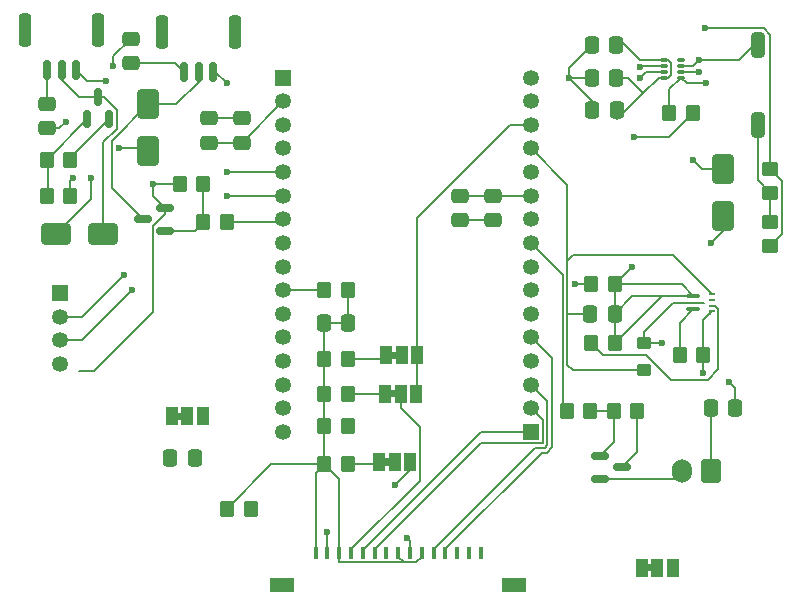
<source format=gbr>
%TF.GenerationSoftware,KiCad,Pcbnew,9.0.4*%
%TF.CreationDate,2025-11-01T11:23:39-04:00*%
%TF.ProjectId,Capstone Project Breakout Board 2,43617073-746f-46e6-9520-50726f6a6563,rev?*%
%TF.SameCoordinates,Original*%
%TF.FileFunction,Copper,L1,Top*%
%TF.FilePolarity,Positive*%
%FSLAX46Y46*%
G04 Gerber Fmt 4.6, Leading zero omitted, Abs format (unit mm)*
G04 Created by KiCad (PCBNEW 9.0.4) date 2025-11-01 11:23:39*
%MOMM*%
%LPD*%
G01*
G04 APERTURE LIST*
G04 Aperture macros list*
%AMRoundRect*
0 Rectangle with rounded corners*
0 $1 Rounding radius*
0 $2 $3 $4 $5 $6 $7 $8 $9 X,Y pos of 4 corners*
0 Add a 4 corners polygon primitive as box body*
4,1,4,$2,$3,$4,$5,$6,$7,$8,$9,$2,$3,0*
0 Add four circle primitives for the rounded corners*
1,1,$1+$1,$2,$3*
1,1,$1+$1,$4,$5*
1,1,$1+$1,$6,$7*
1,1,$1+$1,$8,$9*
0 Add four rect primitives between the rounded corners*
20,1,$1+$1,$2,$3,$4,$5,0*
20,1,$1+$1,$4,$5,$6,$7,0*
20,1,$1+$1,$6,$7,$8,$9,0*
20,1,$1+$1,$8,$9,$2,$3,0*%
G04 Aperture macros list end*
%TA.AperFunction,EtchedComponent*%
%ADD10C,0.000000*%
%TD*%
%TA.AperFunction,SMDPad,CuDef*%
%ADD11R,1.000000X1.500000*%
%TD*%
%TA.AperFunction,ComponentPad*%
%ADD12R,1.350000X1.350000*%
%TD*%
%TA.AperFunction,ComponentPad*%
%ADD13C,1.350000*%
%TD*%
%TA.AperFunction,SMDPad,CuDef*%
%ADD14RoundRect,0.250000X-0.337500X-0.475000X0.337500X-0.475000X0.337500X0.475000X-0.337500X0.475000X0*%
%TD*%
%TA.AperFunction,SMDPad,CuDef*%
%ADD15R,0.400000X1.000000*%
%TD*%
%TA.AperFunction,SMDPad,CuDef*%
%ADD16R,2.000000X1.300000*%
%TD*%
%TA.AperFunction,SMDPad,CuDef*%
%ADD17RoundRect,0.250000X-0.350000X-0.450000X0.350000X-0.450000X0.350000X0.450000X-0.350000X0.450000X0*%
%TD*%
%TA.AperFunction,SMDPad,CuDef*%
%ADD18RoundRect,0.250000X0.450000X-0.350000X0.450000X0.350000X-0.450000X0.350000X-0.450000X-0.350000X0*%
%TD*%
%TA.AperFunction,SMDPad,CuDef*%
%ADD19RoundRect,0.250000X0.475000X-0.337500X0.475000X0.337500X-0.475000X0.337500X-0.475000X-0.337500X0*%
%TD*%
%TA.AperFunction,SMDPad,CuDef*%
%ADD20RoundRect,0.250000X0.337500X0.475000X-0.337500X0.475000X-0.337500X-0.475000X0.337500X-0.475000X0*%
%TD*%
%TA.AperFunction,SMDPad,CuDef*%
%ADD21RoundRect,0.087500X-0.487500X-0.087500X0.487500X-0.087500X0.487500X0.087500X-0.487500X0.087500X0*%
%TD*%
%TA.AperFunction,SMDPad,CuDef*%
%ADD22RoundRect,0.050000X-0.675000X-0.050000X0.675000X-0.050000X0.675000X0.050000X-0.675000X0.050000X0*%
%TD*%
%TA.AperFunction,SMDPad,CuDef*%
%ADD23RoundRect,0.062500X-0.162500X-0.062500X0.162500X-0.062500X0.162500X0.062500X-0.162500X0.062500X0*%
%TD*%
%TA.AperFunction,SMDPad,CuDef*%
%ADD24RoundRect,0.250000X0.650000X-1.000000X0.650000X1.000000X-0.650000X1.000000X-0.650000X-1.000000X0*%
%TD*%
%TA.AperFunction,SMDPad,CuDef*%
%ADD25RoundRect,0.250000X-0.310000X0.830000X-0.310000X-0.830000X0.310000X-0.830000X0.310000X0.830000X0*%
%TD*%
%TA.AperFunction,SMDPad,CuDef*%
%ADD26RoundRect,0.250000X0.350000X0.450000X-0.350000X0.450000X-0.350000X-0.450000X0.350000X-0.450000X0*%
%TD*%
%TA.AperFunction,SMDPad,CuDef*%
%ADD27RoundRect,0.250000X-0.650000X1.000000X-0.650000X-1.000000X0.650000X-1.000000X0.650000X1.000000X0*%
%TD*%
%TA.AperFunction,SMDPad,CuDef*%
%ADD28RoundRect,0.150000X0.587500X0.150000X-0.587500X0.150000X-0.587500X-0.150000X0.587500X-0.150000X0*%
%TD*%
%TA.AperFunction,SMDPad,CuDef*%
%ADD29RoundRect,0.250000X0.350000X-0.275000X0.350000X0.275000X-0.350000X0.275000X-0.350000X-0.275000X0*%
%TD*%
%TA.AperFunction,SMDPad,CuDef*%
%ADD30RoundRect,0.250000X-0.475000X0.337500X-0.475000X-0.337500X0.475000X-0.337500X0.475000X0.337500X0*%
%TD*%
%TA.AperFunction,SMDPad,CuDef*%
%ADD31RoundRect,0.050000X-0.285000X-0.100000X0.285000X-0.100000X0.285000X0.100000X-0.285000X0.100000X0*%
%TD*%
%TA.AperFunction,SMDPad,CuDef*%
%ADD32RoundRect,0.150000X-0.150000X-0.700000X0.150000X-0.700000X0.150000X0.700000X-0.150000X0.700000X0*%
%TD*%
%TA.AperFunction,SMDPad,CuDef*%
%ADD33RoundRect,0.250000X-0.250000X-1.150000X0.250000X-1.150000X0.250000X1.150000X-0.250000X1.150000X0*%
%TD*%
%TA.AperFunction,SMDPad,CuDef*%
%ADD34RoundRect,0.250000X-1.000000X-0.650000X1.000000X-0.650000X1.000000X0.650000X-1.000000X0.650000X0*%
%TD*%
%TA.AperFunction,ComponentPad*%
%ADD35RoundRect,0.250000X0.600000X0.750000X-0.600000X0.750000X-0.600000X-0.750000X0.600000X-0.750000X0*%
%TD*%
%TA.AperFunction,ComponentPad*%
%ADD36O,1.700000X2.000000*%
%TD*%
%TA.AperFunction,SMDPad,CuDef*%
%ADD37RoundRect,0.150000X0.150000X-0.587500X0.150000X0.587500X-0.150000X0.587500X-0.150000X-0.587500X0*%
%TD*%
%TA.AperFunction,SMDPad,CuDef*%
%ADD38RoundRect,0.150000X-0.587500X-0.150000X0.587500X-0.150000X0.587500X0.150000X-0.587500X0.150000X0*%
%TD*%
%TA.AperFunction,ViaPad*%
%ADD39C,0.600000*%
%TD*%
%TA.AperFunction,Conductor*%
%ADD40C,0.200000*%
%TD*%
G04 APERTURE END LIST*
D10*
%TA.AperFunction,EtchedComponent*%
%TO.C,JP4*%
G36*
X120982500Y-94490000D02*
G01*
X120482500Y-94490000D01*
X120482500Y-93890000D01*
X120982500Y-93890000D01*
X120982500Y-94490000D01*
G37*
%TD.AperFunction*%
%TA.AperFunction,EtchedComponent*%
G36*
X160800000Y-107300000D02*
G01*
X160300000Y-107300000D01*
X160300000Y-106700000D01*
X160800000Y-106700000D01*
X160800000Y-107300000D01*
G37*
%TD.AperFunction*%
%TA.AperFunction,EtchedComponent*%
%TO.C,JP3*%
G36*
X139050000Y-92550000D02*
G01*
X138550000Y-92550000D01*
X138550000Y-91950000D01*
X139050000Y-91950000D01*
X139050000Y-92550000D01*
G37*
%TD.AperFunction*%
%TA.AperFunction,EtchedComponent*%
%TO.C,JP1*%
G36*
X138550000Y-98350000D02*
G01*
X138050000Y-98350000D01*
X138050000Y-97750000D01*
X138550000Y-97750000D01*
X138550000Y-98350000D01*
G37*
%TD.AperFunction*%
%TA.AperFunction,EtchedComponent*%
%TO.C,JP2*%
G36*
X139150000Y-89300000D02*
G01*
X138650000Y-89300000D01*
X138650000Y-88700000D01*
X139150000Y-88700000D01*
X139150000Y-89300000D01*
G37*
%TD.AperFunction*%
%TD*%
D11*
%TO.P,JP4,1,A*%
%TO.N,Net-(JP4-A)*%
X120082500Y-94190000D03*
%TO.P,JP4,2,C*%
%TO.N,/PS*%
X121382500Y-94190000D03*
%TO.P,JP4,3,B*%
%TO.N,+5V*%
X122682500Y-94190000D03*
%TD*%
D12*
%TO.P,J2,1,Pin_1*%
%TO.N,unconnected-(J2-Pin_1-Pad1)*%
X110575000Y-83750000D03*
D13*
%TO.P,J2,2,Pin_2*%
%TO.N,A0*%
X110575000Y-85750000D03*
%TO.P,J2,3,Pin_3*%
%TO.N,D0*%
X110575000Y-87750000D03*
%TO.P,J2,4,Pin_4*%
%TO.N,+5V*%
X110575000Y-89750000D03*
%TD*%
D14*
%TO.P,C13,1*%
%TO.N,unconnected-(C13-Pad1)*%
X119925000Y-97750000D03*
%TO.P,C13,2*%
%TO.N,unconnected-(C13-Pad2)*%
X122000000Y-97750000D03*
%TD*%
D11*
%TO.P,JP4,1,A*%
%TO.N,N/C*%
X159900000Y-107000000D03*
%TO.P,JP4,2,C*%
X161200000Y-107000000D03*
%TO.P,JP4,3,B*%
X162500000Y-107000000D03*
%TD*%
D15*
%TO.P,J1,1,Pin_1*%
%TO.N,+3.3V*%
X132250000Y-105750000D03*
%TO.P,J1,2,Pin_2*%
%TO.N,+5V*%
X133250000Y-105750000D03*
%TO.P,J1,3,Pin_3*%
%TO.N,+3.3V*%
X134250000Y-105750000D03*
%TO.P,J1,4,Pin_4*%
%TO.N,AB1*%
X135250000Y-105750000D03*
%TO.P,J1,5,Pin_5*%
%TO.N,SDA*%
X136250000Y-105750000D03*
%TO.P,J1,6,Pin_6*%
%TO.N,SCL*%
X137250000Y-105750000D03*
%TO.P,J1,7,Pin_7*%
%TO.N,/PS*%
X138250000Y-105750000D03*
%TO.P,J1,8,Pin_8*%
%TO.N,+3.3V*%
X139250000Y-105750000D03*
%TO.P,J1,9,Pin_9*%
%TO.N,+5V*%
X140250000Y-105750000D03*
%TO.P,J1,10,Pin_10*%
%TO.N,+3.3V*%
X141250000Y-105750000D03*
%TO.P,J1,11,Pin_11*%
%TO.N,AB0*%
X142250000Y-105750000D03*
%TO.P,J1,12,Pin_12*%
%TO.N,IRQ*%
X143250000Y-105750000D03*
%TO.P,J1,13,Pin_13*%
%TO.N,unconnected-(J1-Pin_13-Pad13)*%
X144250000Y-105750000D03*
%TO.P,J1,14,Pin_14*%
%TO.N,unconnected-(J1-Pin_14-Pad14)*%
X145250000Y-105750000D03*
%TO.P,J1,15,Pin_15*%
%TO.N,unconnected-(J1-Pin_15-Pad15)*%
X146250000Y-105750000D03*
D16*
%TO.P,J1,MP*%
%TO.N,N/C*%
X129450000Y-108450000D03*
X149050000Y-108450000D03*
%TD*%
D17*
%TO.P,R17,1*%
%TO.N,+3.3V*%
X124750000Y-102000000D03*
%TO.P,R17,2*%
%TO.N,Net-(JP4-A)*%
X126750000Y-102000000D03*
%TD*%
D18*
%TO.P,R5,1*%
%TO.N,+5V*%
X170750000Y-79750000D03*
%TO.P,R5,2*%
%TO.N,Net-(R5-Pad2)*%
X170750000Y-77750000D03*
%TD*%
D17*
%TO.P,R9,1*%
%TO.N,+3.3V*%
X133000000Y-98250000D03*
%TO.P,R9,2*%
%TO.N,Net-(JP1-A)*%
X135000000Y-98250000D03*
%TD*%
D19*
%TO.P,C1,1*%
%TO.N,Net-(J5-Pin_2)*%
X123250000Y-71000000D03*
%TO.P,C1,2*%
%TO.N,3.3V*%
X123250000Y-68925000D03*
%TD*%
D20*
%TO.P,C12,1*%
%TO.N,+5V*%
X167787500Y-93500000D03*
%TO.P,C12,2*%
%TO.N,/SPEAKER +*%
X165712500Y-93500000D03*
%TD*%
D21*
%TO.P,U1,1,GND*%
%TO.N,+5V*%
X164238000Y-84000000D03*
D22*
%TO.P,U1,2,SW*%
%TO.N,Net-(D1-A)*%
X164388000Y-84550000D03*
D21*
%TO.P,U1,3,VOUT*%
%TO.N,Net-(U1-VOUT)*%
X164238000Y-85100000D03*
D23*
%TO.P,U1,4,FB*%
%TO.N,Net-(U1-FB)*%
X165838000Y-85300000D03*
%TO.P,U1,5,EN*%
%TO.N,Net-(U1-EN)*%
X165838000Y-84800000D03*
%TO.P,U1,6,MODE*%
%TO.N,unconnected-(U1-MODE-Pad6)*%
X165838000Y-84300000D03*
%TO.P,U1,7,VIN*%
%TO.N,Net-(J6-Pin_13)*%
X165838000Y-83800000D03*
%TD*%
D24*
%TO.P,D2,1,K*%
%TO.N,+5C*%
X118100000Y-71750000D03*
%TO.P,D2,2,A*%
%TO.N,Net-(D2-A)*%
X118100000Y-67750000D03*
%TD*%
D17*
%TO.P,R15,1*%
%TO.N,GPIO35*%
X133000000Y-83500000D03*
%TO.P,R15,2*%
%TO.N,+3.3V*%
X135000000Y-83500000D03*
%TD*%
D11*
%TO.P,JP3,1,A*%
%TO.N,Net-(JP3-A)*%
X138150000Y-92250000D03*
%TO.P,JP3,2,C*%
%TO.N,AB1*%
X139450000Y-92250000D03*
%TO.P,JP3,3,B*%
%TO.N,+5V*%
X140750000Y-92250000D03*
%TD*%
D25*
%TO.P,SW1,1,1*%
%TO.N,Net-(SW1-Pad1)*%
X169712500Y-62750000D03*
%TO.P,SW1,2,2*%
%TO.N,Net-(R5-Pad2)*%
X169712500Y-69480000D03*
%TD*%
D12*
%TO.P,J5,1,Pin_1*%
%TO.N,RESET*%
X129500000Y-65500000D03*
D13*
%TO.P,J5,2,Pin_2*%
%TO.N,Net-(J5-Pin_2)*%
X129500000Y-67500000D03*
%TO.P,J5,3,Pin_3*%
%TO.N,unconnected-(J5-Pin_3-Pad3)*%
X129500000Y-69500000D03*
%TO.P,J5,4,Pin_4*%
%TO.N,unconnected-(J5-Pin_4-Pad4)*%
X129500000Y-71500000D03*
%TO.P,J5,5,Pin_5*%
%TO.N,A0*%
X129500000Y-73500000D03*
%TO.P,J5,6,Pin_6*%
%TO.N,D0*%
X129500000Y-75500000D03*
%TO.P,J5,7,Pin_7*%
%TO.N,Fan1*%
X129500000Y-77500000D03*
%TO.P,J5,8,Pin_8*%
%TO.N,GPIO34*%
X129500000Y-79500000D03*
%TO.P,J5,9,Pin_9*%
%TO.N,Fan2*%
X129500000Y-81500000D03*
%TO.P,J5,10,Pin_10*%
%TO.N,GPIO35*%
X129500000Y-83500000D03*
%TO.P,J5,11,Pin_11*%
%TO.N,SCK*%
X129500000Y-85500000D03*
%TO.P,J5,12,Pin_12*%
%TO.N,MOSI*%
X129500000Y-87500000D03*
%TO.P,J5,13,Pin_13*%
%TO.N,MISO*%
X129500000Y-89500000D03*
%TO.P,J5,14,Pin_14*%
%TO.N,RX*%
X129500000Y-91500000D03*
%TO.P,J5,15,Pin_15*%
%TO.N,TX*%
X129500000Y-93500000D03*
%TO.P,J5,16,Pin_16*%
%TO.N,ADC*%
X129500000Y-95500000D03*
%TD*%
D26*
%TO.P,R13,1*%
%TO.N,Fan2*%
X111500000Y-75500000D03*
%TO.P,R13,2*%
%TO.N,Net-(Q2-G)*%
X109500000Y-75500000D03*
%TD*%
D27*
%TO.P,D1,1,K*%
%TO.N,+5C*%
X166712500Y-73250000D03*
%TO.P,D1,2,A*%
%TO.N,Net-(D1-A)*%
X166712500Y-77250000D03*
%TD*%
D28*
%TO.P,Q1,1,G*%
%TO.N,Net-(Q1-G)*%
X119500000Y-78450000D03*
%TO.P,Q1,2,S*%
%TO.N,+5V*%
X119500000Y-76550000D03*
%TO.P,Q1,3,D*%
%TO.N,Net-(D2-A)*%
X117625000Y-77500000D03*
%TD*%
D29*
%TO.P,L1,1*%
%TO.N,Net-(J6-Pin_13)*%
X160075000Y-90300000D03*
%TO.P,L1,2*%
%TO.N,Net-(D1-A)*%
X160075000Y-88000000D03*
%TD*%
D30*
%TO.P,C8,1*%
%TO.N,+5C*%
X116600000Y-62212500D03*
%TO.P,C8,2*%
%TO.N,Net-(J3-Pin_1)*%
X116600000Y-64287500D03*
%TD*%
D19*
%TO.P,C2,1*%
%TO.N,Net-(J5-Pin_2)*%
X126000000Y-71000000D03*
%TO.P,C2,2*%
%TO.N,3.3V*%
X126000000Y-68925000D03*
%TD*%
D17*
%TO.P,R3,1*%
%TO.N,Net-(U1-EN)*%
X155575000Y-88000000D03*
%TO.P,R3,2*%
%TO.N,+5V*%
X157575000Y-88000000D03*
%TD*%
D31*
%TO.P,U4,1,GND*%
%TO.N,+5V*%
X161732500Y-64000000D03*
%TO.P,U4,2,VOUT*%
%TO.N,Net-(SW1-Pad1)*%
X161732500Y-64500000D03*
%TO.P,U4,3,VIN1*%
%TO.N,+5U*%
X161732500Y-65000000D03*
%TO.P,U4,4,PR1*%
%TO.N,+5V*%
X161732500Y-65500000D03*
%TO.P,U4,5,MODE*%
%TO.N,+5U*%
X163212500Y-65500000D03*
%TO.P,U4,6,VIN2*%
%TO.N,+5C*%
X163212500Y-65000000D03*
%TO.P,U4,7,VOUT*%
%TO.N,Net-(SW1-Pad1)*%
X163212500Y-64500000D03*
%TO.P,U4,8,ST*%
%TO.N,unconnected-(U4-ST-Pad8)*%
X163212500Y-64000000D03*
%TD*%
D30*
%TO.P,C7,1*%
%TO.N,Net-(J6-Pin_11)*%
X147250000Y-75500000D03*
%TO.P,C7,2*%
%TO.N,5U*%
X147250000Y-77575000D03*
%TD*%
D32*
%TO.P,J3,1,Pin_1*%
%TO.N,Net-(J3-Pin_1)*%
X121100000Y-65000000D03*
%TO.P,J3,2,Pin_2*%
%TO.N,Net-(D2-A)*%
X122350000Y-65000000D03*
%TO.P,J3,3,Pin_3*%
%TO.N,GPIO34*%
X123600000Y-65000000D03*
D33*
%TO.P,J3,MP*%
%TO.N,N/C*%
X119250000Y-61650000D03*
X125450000Y-61650000D03*
%TD*%
D19*
%TO.P,C9,1*%
%TO.N,+5C*%
X109500000Y-69787500D03*
%TO.P,C9,2*%
%TO.N,Net-(J4-Pin_1)*%
X109500000Y-67712500D03*
%TD*%
D30*
%TO.P,C10,1*%
%TO.N,Net-(J6-Pin_11)*%
X144500000Y-75500000D03*
%TO.P,C10,2*%
%TO.N,5U*%
X144500000Y-77575000D03*
%TD*%
D34*
%TO.P,D3,1,K*%
%TO.N,+5C*%
X110250000Y-78750000D03*
%TO.P,D3,2,A*%
%TO.N,Net-(D3-A)*%
X114250000Y-78750000D03*
%TD*%
D18*
%TO.P,R6,1*%
%TO.N,Net-(R5-Pad2)*%
X170750000Y-75250000D03*
%TO.P,R6,2*%
%TO.N,+5V*%
X170750000Y-73250000D03*
%TD*%
D26*
%TO.P,R11,1*%
%TO.N,GPIO34*%
X135000000Y-95000000D03*
%TO.P,R11,2*%
%TO.N,+3.3V*%
X133000000Y-95000000D03*
%TD*%
D14*
%TO.P,C4,1*%
%TO.N,+5C*%
X155675000Y-68250000D03*
%TO.P,C4,2*%
%TO.N,+5V*%
X157750000Y-68250000D03*
%TD*%
%TO.P,C11,1*%
%TO.N,+3.3V*%
X132962500Y-86250000D03*
%TO.P,C11,2*%
X135037500Y-86250000D03*
%TD*%
D26*
%TO.P,R20,1*%
%TO.N,Fan1*%
X124750000Y-77750000D03*
%TO.P,R20,2*%
%TO.N,Net-(Q1-G)*%
X122750000Y-77750000D03*
%TD*%
D17*
%TO.P,R2,1*%
%TO.N,Net-(U1-FB)*%
X155575000Y-83000000D03*
%TO.P,R2,2*%
%TO.N,+5V*%
X157575000Y-83000000D03*
%TD*%
D26*
%TO.P,R14,1*%
%TO.N,+5V*%
X164212500Y-68500000D03*
%TO.P,R14,2*%
%TO.N,+5U*%
X162212500Y-68500000D03*
%TD*%
D35*
%TO.P,J7,1,Pin_1*%
%TO.N,/SPEAKER +*%
X165750000Y-98800000D03*
D36*
%TO.P,J7,2,Pin_2*%
%TO.N,/SPEAKER -*%
X163250000Y-98800000D03*
%TD*%
D17*
%TO.P,R8,1*%
%TO.N,+3.3V*%
X133000000Y-92250000D03*
%TO.P,R8,2*%
%TO.N,Net-(JP3-A)*%
X135000000Y-92250000D03*
%TD*%
D20*
%TO.P,C3,1*%
%TO.N,+5V*%
X157575000Y-85500000D03*
%TO.P,C3,2*%
%TO.N,Net-(J6-Pin_13)*%
X155500000Y-85500000D03*
%TD*%
D14*
%TO.P,C5,1*%
%TO.N,+5C*%
X155637500Y-65510000D03*
%TO.P,C5,2*%
%TO.N,+5V*%
X157712500Y-65510000D03*
%TD*%
%TO.P,C6,1*%
%TO.N,+5C*%
X155637500Y-62750000D03*
%TO.P,C6,2*%
%TO.N,+5V*%
X157712500Y-62750000D03*
%TD*%
D26*
%TO.P,R10,1*%
%TO.N,Net-(Q1-G)*%
X122750000Y-74500000D03*
%TO.P,R10,2*%
%TO.N,+5V*%
X120750000Y-74500000D03*
%TD*%
D37*
%TO.P,Q2,1,G*%
%TO.N,Net-(Q2-G)*%
X112900000Y-69050000D03*
%TO.P,Q2,2,S*%
%TO.N,+5V*%
X114800000Y-69050000D03*
%TO.P,Q2,3,D*%
%TO.N,Net-(D3-A)*%
X113850000Y-67175000D03*
%TD*%
D11*
%TO.P,JP1,1,A*%
%TO.N,Net-(JP1-A)*%
X137650000Y-98050000D03*
%TO.P,JP1,2,C*%
%TO.N,Net-(JP1-C)*%
X138950000Y-98050000D03*
%TO.P,JP1,3,B*%
%TO.N,+5V*%
X140250000Y-98050000D03*
%TD*%
D12*
%TO.P,J6,1,Pin_1*%
%TO.N,SDA*%
X150500000Y-95500000D03*
D13*
%TO.P,J6,2,Pin_2*%
%TO.N,SCL*%
X150500000Y-93500000D03*
%TO.P,J6,3,Pin_3*%
%TO.N,AB0*%
X150500000Y-91500000D03*
%TO.P,J6,4,Pin_4*%
%TO.N,AB1*%
X150500000Y-89500000D03*
%TO.P,J6,5,Pin_5*%
%TO.N,IRQ*%
X150500000Y-87500000D03*
%TO.P,J6,6,Pin_6*%
%TO.N,D33*%
X150500000Y-85500000D03*
%TO.P,J6,7,Pin_7*%
%TO.N,Fan2*%
X150500000Y-83500000D03*
%TO.P,J6,8,Pin_8*%
%TO.N,Fan1*%
X150500000Y-81500000D03*
%TO.P,J6,9,Pin_9*%
%TO.N,SPEAKER*%
X150500000Y-79500000D03*
%TO.P,J6,10,Pin_10*%
%TO.N,D37*%
X150500000Y-77500000D03*
%TO.P,J6,11,Pin_11*%
%TO.N,Net-(J6-Pin_11)*%
X150500000Y-75500000D03*
%TO.P,J6,12,Pin_12*%
%TO.N,unconnected-(J6-Pin_12-Pad12)*%
X150500000Y-73500000D03*
%TO.P,J6,13,Pin_13*%
%TO.N,Net-(J6-Pin_13)*%
X150500000Y-71500000D03*
%TO.P,J6,14,Pin_14*%
%TO.N,+5V*%
X150500000Y-69500000D03*
%TO.P,J6,15,Pin_15*%
%TO.N,unconnected-(J6-Pin_15-Pad15)*%
X150500000Y-67500000D03*
%TO.P,J6,16,Pin_16*%
%TO.N,unconnected-(J6-Pin_16-Pad16)*%
X150500000Y-65500000D03*
%TD*%
D17*
%TO.P,R7,1*%
%TO.N,+3.3V*%
X133000000Y-89300000D03*
%TO.P,R7,2*%
%TO.N,Net-(JP2-A)*%
X135000000Y-89300000D03*
%TD*%
D32*
%TO.P,J4,1,Pin_1*%
%TO.N,Net-(J4-Pin_1)*%
X109500000Y-64850000D03*
%TO.P,J4,2,Pin_2*%
%TO.N,Net-(D3-A)*%
X110750000Y-64850000D03*
%TO.P,J4,3,Pin_3*%
%TO.N,GPIO35*%
X112000000Y-64850000D03*
D33*
%TO.P,J4,MP*%
%TO.N,N/C*%
X107650000Y-61500000D03*
X113850000Y-61500000D03*
%TD*%
D11*
%TO.P,JP2,1,A*%
%TO.N,Net-(JP2-A)*%
X138250000Y-89000000D03*
%TO.P,JP2,2,C*%
%TO.N,AB0*%
X139550000Y-89000000D03*
%TO.P,JP2,3,B*%
%TO.N,+5V*%
X140850000Y-89000000D03*
%TD*%
D17*
%TO.P,R16,1*%
%TO.N,Net-(Q3-G)*%
X157500000Y-93750000D03*
%TO.P,R16,2*%
%TO.N,+5V*%
X159500000Y-93750000D03*
%TD*%
D38*
%TO.P,Q3,1,G*%
%TO.N,Net-(Q3-G)*%
X156312500Y-97550000D03*
%TO.P,Q3,2,S*%
%TO.N,/SPEAKER -*%
X156312500Y-99450000D03*
%TO.P,Q3,3,D*%
%TO.N,+5V*%
X158187500Y-98500000D03*
%TD*%
D17*
%TO.P,R1,1*%
%TO.N,Net-(U1-VOUT)*%
X163075000Y-89000000D03*
%TO.P,R1,2*%
%TO.N,Net-(U1-FB)*%
X165075000Y-89000000D03*
%TD*%
%TO.P,R4,1*%
%TO.N,SPEAKER*%
X153500000Y-93750000D03*
%TO.P,R4,2*%
%TO.N,Net-(Q3-G)*%
X155500000Y-93750000D03*
%TD*%
%TO.P,R12,1*%
%TO.N,Net-(Q2-G)*%
X109500000Y-72500000D03*
%TO.P,R12,2*%
%TO.N,+5V*%
X111500000Y-72500000D03*
%TD*%
D39*
%TO.N,Fan2*%
X111750000Y-74000000D03*
%TO.N,+5V*%
X140000000Y-104500000D03*
X139000000Y-100000000D03*
X133250000Y-104000000D03*
X118500000Y-74500000D03*
X159075000Y-81500000D03*
X165212500Y-61300000D03*
X159212500Y-70500000D03*
X167250000Y-91250000D03*
%TO.N,+5C*%
X113250000Y-74000000D03*
X164712500Y-65000000D03*
X111100000Y-69250000D03*
X115100000Y-64500000D03*
X164212500Y-72500000D03*
X115600000Y-71500000D03*
X153712500Y-65500000D03*
%TO.N,Net-(D1-A)*%
X161575000Y-88000000D03*
X165712500Y-79500000D03*
%TO.N,D0*%
X124750000Y-75500000D03*
X116750000Y-83500000D03*
%TO.N,A0*%
X116000000Y-82250000D03*
X124750000Y-73500000D03*
%TO.N,GPIO35*%
X114500000Y-65750000D03*
%TO.N,GPIO34*%
X124750000Y-66000000D03*
%TO.N,Net-(U1-FB)*%
X154175000Y-83000000D03*
X165075000Y-90526000D03*
%TO.N,+5U*%
X159712500Y-65500000D03*
X165312500Y-66000000D03*
%TO.N,Net-(SW1-Pad1)*%
X159712500Y-64600000D03*
X164712500Y-64000000D03*
%TD*%
D40*
%TO.N,D0*%
X110575000Y-87750000D02*
X112500000Y-87750000D01*
X112500000Y-87750000D02*
X116750000Y-83500000D01*
%TO.N,A0*%
X110575000Y-85750000D02*
X112500000Y-85750000D01*
X112500000Y-85750000D02*
X116000000Y-82250000D01*
%TO.N,+5V*%
X159212500Y-70500000D02*
X162212500Y-70500000D01*
X140250000Y-98050000D02*
X140250000Y-98750000D01*
X140250000Y-98750000D02*
X139000000Y-100000000D01*
X114800000Y-69050000D02*
X111500000Y-72350000D01*
X111500000Y-72350000D02*
X111500000Y-72500000D01*
%TO.N,Fan2*%
X111500000Y-74250000D02*
X111750000Y-74000000D01*
X111500000Y-75500000D02*
X111500000Y-74250000D01*
%TO.N,+3.3V*%
X124750000Y-102000000D02*
X128500000Y-98250000D01*
X128500000Y-98250000D02*
X133000000Y-98250000D01*
%TO.N,+5C*%
X110562500Y-69787500D02*
X111100000Y-69250000D01*
%TO.N,+5V*%
X140850000Y-89000000D02*
X140850000Y-92150000D01*
X140850000Y-92150000D02*
X140750000Y-92250000D01*
X157575000Y-88000000D02*
X157575000Y-85500000D01*
X140850000Y-89000000D02*
X140850000Y-77400000D01*
X140850000Y-77400000D02*
X148750000Y-69500000D01*
X148750000Y-69500000D02*
X150500000Y-69500000D01*
X112250000Y-90330000D02*
X113465000Y-90330000D01*
X118500000Y-75550000D02*
X119500000Y-76550000D01*
X113465000Y-90330000D02*
X118461500Y-85333500D01*
X118461500Y-85333500D02*
X118461500Y-78109032D01*
X118461500Y-78109032D02*
X119500000Y-77070532D01*
X119500000Y-77070532D02*
X119500000Y-76550000D01*
%TO.N,Net-(J6-Pin_13)*%
X150500000Y-71500000D02*
X153575000Y-74575000D01*
X153575000Y-74575000D02*
X153575000Y-81000000D01*
%TO.N,IRQ*%
X143250000Y-105750000D02*
X143250000Y-105450000D01*
X143250000Y-105450000D02*
X151422000Y-97278000D01*
X151422000Y-97278000D02*
X151808200Y-97278000D01*
X151808200Y-97278000D02*
X152278000Y-96808200D01*
X152278000Y-96808200D02*
X152278000Y-89278000D01*
X152278000Y-89278000D02*
X150500000Y-87500000D01*
%TO.N,AB0*%
X142250000Y-105750000D02*
X142250000Y-105450000D01*
X142250000Y-105450000D02*
X150823000Y-96877000D01*
X150823000Y-96877000D02*
X151642100Y-96877000D01*
X151877000Y-92877000D02*
X150500000Y-91500000D01*
X151642100Y-96877000D02*
X151877000Y-96642100D01*
X151877000Y-96642100D02*
X151877000Y-92877000D01*
%TO.N,+5V*%
X140250000Y-104750000D02*
X140000000Y-104500000D01*
X140250000Y-105750000D02*
X140250000Y-104750000D01*
X133250000Y-105750000D02*
X133250000Y-104000000D01*
%TO.N,+3.3V*%
X140250000Y-106551000D02*
X140749000Y-106551000D01*
X134250000Y-106500000D02*
X134250000Y-105750000D01*
X140250000Y-106551000D02*
X134301000Y-106551000D01*
X134301000Y-106551000D02*
X134250000Y-106500000D01*
X139250000Y-105750000D02*
X139250000Y-106050000D01*
X139250000Y-106050000D02*
X139751000Y-106551000D01*
X140749000Y-106551000D02*
X141250000Y-106050000D01*
X139751000Y-106551000D02*
X140250000Y-106551000D01*
X141250000Y-106050000D02*
X141250000Y-105750000D01*
%TO.N,SCL*%
X137250000Y-105750000D02*
X137250000Y-105450000D01*
X146224000Y-96476000D02*
X151476000Y-96476000D01*
X137250000Y-105450000D02*
X146224000Y-96476000D01*
X151476000Y-96476000D02*
X151476000Y-94476000D01*
X151476000Y-94476000D02*
X150500000Y-93500000D01*
%TO.N,SDA*%
X136250000Y-105750000D02*
X136250000Y-105500000D01*
X136250000Y-105500000D02*
X146250000Y-95500000D01*
X146250000Y-95500000D02*
X150500000Y-95500000D01*
%TO.N,AB1*%
X135250000Y-105750000D02*
X135250000Y-105450000D01*
X135250000Y-105450000D02*
X141051000Y-99649000D01*
X141051000Y-99649000D02*
X141051000Y-95100000D01*
X141051000Y-95100000D02*
X139450000Y-93499000D01*
X139450000Y-93499000D02*
X139450000Y-92250000D01*
%TO.N,+3.3V*%
X134250000Y-105750000D02*
X134250000Y-99500000D01*
X134250000Y-99500000D02*
X133000000Y-98250000D01*
X132250000Y-105750000D02*
X132250000Y-99000000D01*
X132250000Y-99000000D02*
X133000000Y-98250000D01*
%TO.N,3.3V*%
X123250000Y-68925000D02*
X126000000Y-68925000D01*
%TO.N,Net-(J5-Pin_2)*%
X126000000Y-71000000D02*
X129500000Y-67500000D01*
X123250000Y-71000000D02*
X126000000Y-71000000D01*
X124212500Y-71000000D02*
X124250000Y-71037500D01*
%TO.N,Net-(J6-Pin_13)*%
X153575000Y-81000000D02*
X153575000Y-85500000D01*
X153575000Y-85500000D02*
X155500000Y-85500000D01*
X154075000Y-80500000D02*
X153575000Y-81000000D01*
X165838000Y-83800000D02*
X162538000Y-80500000D01*
X162538000Y-80500000D02*
X154075000Y-80500000D01*
X153575000Y-89800000D02*
X154075000Y-90300000D01*
X153575000Y-85500000D02*
X153575000Y-89800000D01*
X154075000Y-90300000D02*
X160075000Y-90300000D01*
%TO.N,+5V*%
X161732500Y-64000000D02*
X162115274Y-64000000D01*
X157575000Y-85500000D02*
X157575000Y-83000000D01*
X162368500Y-65246774D02*
X162115274Y-65500000D01*
X120750000Y-74500000D02*
X118500000Y-74500000D01*
X158187500Y-98500000D02*
X159500000Y-97187500D01*
X170188660Y-61300000D02*
X165212500Y-61300000D01*
X164238000Y-84000000D02*
X163238000Y-83000000D01*
X170750000Y-79750000D02*
X171751000Y-78749000D01*
X170750000Y-73250000D02*
X170750000Y-61861340D01*
X160000000Y-66787500D02*
X158722500Y-65510000D01*
X162115274Y-65500000D02*
X161732500Y-65500000D01*
X118500000Y-75550000D02*
X118500000Y-74500000D01*
X158212500Y-62500000D02*
X159712500Y-64000000D01*
X164238000Y-84000000D02*
X161575000Y-84000000D01*
X162368500Y-64253226D02*
X162368500Y-65246774D01*
X167787500Y-91787500D02*
X167250000Y-91250000D01*
X164212500Y-68500000D02*
X162212500Y-70500000D01*
X160000000Y-66787500D02*
X157787500Y-69000000D01*
X159712500Y-64000000D02*
X161732500Y-64000000D01*
X161287500Y-65500000D02*
X160000000Y-66787500D01*
X159212500Y-70425000D02*
X159212500Y-70500000D01*
X157575000Y-83000000D02*
X159075000Y-81500000D01*
X161732500Y-65500000D02*
X161287500Y-65500000D01*
X161575000Y-84000000D02*
X157575000Y-88000000D01*
X170750000Y-61861340D02*
X170188660Y-61300000D01*
X164238000Y-84000000D02*
X159075000Y-84000000D01*
X162115274Y-64000000D02*
X162368500Y-64253226D01*
X171751000Y-74251000D02*
X170750000Y-73250000D01*
X167787500Y-93500000D02*
X167787500Y-91787500D01*
X157712500Y-62500000D02*
X158212500Y-62500000D01*
X171751000Y-78749000D02*
X171751000Y-74251000D01*
X159075000Y-84000000D02*
X157575000Y-85500000D01*
X161722500Y-65510000D02*
X161732500Y-65500000D01*
X158722500Y-65510000D02*
X157712500Y-65510000D01*
X163238000Y-83000000D02*
X157575000Y-83000000D01*
X159500000Y-97187500D02*
X159500000Y-93750000D01*
%TO.N,+5C*%
X110250000Y-78750000D02*
X113250000Y-75750000D01*
X153712500Y-65500000D02*
X153712500Y-64750000D01*
X153712500Y-64675000D02*
X153712500Y-64750000D01*
X164962500Y-73250000D02*
X164212500Y-72500000D01*
X118100000Y-71750000D02*
X117850000Y-71500000D01*
X155675000Y-67462500D02*
X153712500Y-65500000D01*
X109500000Y-69787500D02*
X110562500Y-69787500D01*
X155637500Y-62750000D02*
X153712500Y-64675000D01*
X113250000Y-75750000D02*
X113250000Y-74000000D01*
X166712500Y-73250000D02*
X164962500Y-73250000D01*
X163212500Y-65000000D02*
X164712500Y-65000000D01*
X153712500Y-65500000D02*
X155627500Y-65500000D01*
X115100000Y-63712500D02*
X115100000Y-64500000D01*
X116600000Y-62212500D02*
X115100000Y-63712500D01*
X155675000Y-68250000D02*
X155675000Y-67462500D01*
X155627500Y-65500000D02*
X155637500Y-65510000D01*
X117850000Y-71500000D02*
X115600000Y-71500000D01*
%TO.N,5U*%
X147250000Y-77575000D02*
X144500000Y-77575000D01*
%TO.N,Net-(J6-Pin_11)*%
X147250000Y-75500000D02*
X144500000Y-75500000D01*
X147250000Y-75500000D02*
X150500000Y-75500000D01*
%TO.N,Net-(J3-Pin_1)*%
X120387500Y-64287500D02*
X121100000Y-65000000D01*
X116600000Y-64287500D02*
X120387500Y-64287500D01*
%TO.N,Net-(J4-Pin_1)*%
X109500000Y-67712500D02*
X109500000Y-64850000D01*
X109350000Y-65000000D02*
X109500000Y-64850000D01*
%TO.N,+3.3V*%
X133000000Y-95000000D02*
X133000000Y-92250000D01*
X133000000Y-92250000D02*
X133000000Y-89300000D01*
X135000000Y-83750000D02*
X135037500Y-83787500D01*
X132962500Y-86250000D02*
X135037500Y-86250000D01*
X135037500Y-83787500D02*
X135037500Y-86250000D01*
X133000000Y-88750000D02*
X132962500Y-88712500D01*
X135000000Y-83500000D02*
X135000000Y-83750000D01*
X133000000Y-89300000D02*
X133000000Y-88750000D01*
X133000000Y-98250000D02*
X133000000Y-95000000D01*
X132962500Y-88712500D02*
X132962500Y-86250000D01*
%TO.N,/SPEAKER +*%
X165712500Y-93500000D02*
X165712500Y-98762500D01*
X165712500Y-98762500D02*
X165750000Y-98800000D01*
%TO.N,Net-(D1-A)*%
X160075000Y-88000000D02*
X161575000Y-88000000D01*
X164388000Y-84550000D02*
X162525000Y-84550000D01*
X160075000Y-87000000D02*
X160075000Y-88000000D01*
X166712500Y-78500000D02*
X165712500Y-79500000D01*
X166712500Y-77250000D02*
X166712500Y-78500000D01*
X162525000Y-84550000D02*
X160075000Y-87000000D01*
X165113000Y-84550000D02*
X165114000Y-84551000D01*
X164388000Y-84550000D02*
X165113000Y-84550000D01*
%TO.N,Net-(D2-A)*%
X117625000Y-77500000D02*
X114999000Y-74874000D01*
X118100000Y-67750000D02*
X120449999Y-67750000D01*
X122350000Y-65849999D02*
X122350000Y-65000000D01*
X114999000Y-70851000D02*
X118100000Y-67750000D01*
X120449999Y-67750000D02*
X122350000Y-65849999D01*
X114999000Y-74874000D02*
X114999000Y-70851000D01*
%TO.N,Net-(D3-A)*%
X110750000Y-65699999D02*
X112225001Y-67175000D01*
X112225001Y-67175000D02*
X113850000Y-67175000D01*
X110750000Y-64850000D02*
X110750000Y-65699999D01*
X115401000Y-68271532D02*
X114304468Y-67175000D01*
X114304468Y-67175000D02*
X113850000Y-67175000D01*
X115401000Y-69828468D02*
X115401000Y-68271532D01*
X114250000Y-70979468D02*
X115401000Y-69828468D01*
X114250000Y-78750000D02*
X114250000Y-70979468D01*
%TO.N,D0*%
X129500000Y-75500000D02*
X124750000Y-75500000D01*
%TO.N,A0*%
X116000000Y-82250000D02*
X113000000Y-85250000D01*
X129500000Y-73500000D02*
X124750000Y-73500000D01*
%TO.N,GPIO35*%
X112000000Y-64850000D02*
X112900000Y-65750000D01*
X129462500Y-83500000D02*
X133000000Y-83500000D01*
X112900000Y-65750000D02*
X114500000Y-65750000D01*
X133000000Y-83500000D02*
X133000000Y-84050000D01*
%TO.N,GPIO34*%
X123750000Y-65000000D02*
X124750000Y-66000000D01*
X123600000Y-65000000D02*
X123750000Y-65000000D01*
%TO.N,Fan1*%
X129500000Y-77500000D02*
X129250000Y-77500000D01*
X129000000Y-77750000D02*
X124750000Y-77750000D01*
X129250000Y-77500000D02*
X129000000Y-77750000D01*
%TO.N,SPEAKER*%
X153500000Y-93750000D02*
X153174000Y-93424000D01*
X153174000Y-82174000D02*
X150500000Y-79500000D01*
X153174000Y-93424000D02*
X153174000Y-82174000D01*
%TO.N,/SPEAKER -*%
X156312500Y-99450000D02*
X162600000Y-99450000D01*
X156250000Y-99687500D02*
X156704468Y-99687500D01*
X162600000Y-99450000D02*
X163250000Y-98800000D01*
%TO.N,Net-(JP1-A)*%
X134950000Y-98300000D02*
X135000000Y-98250000D01*
X137450000Y-98250000D02*
X137650000Y-98050000D01*
X135000000Y-98250000D02*
X137450000Y-98250000D01*
%TO.N,Net-(JP2-A)*%
X137700000Y-89300000D02*
X135000000Y-89300000D01*
X135050000Y-89250000D02*
X135000000Y-89300000D01*
X138250000Y-89000000D02*
X138000000Y-89000000D01*
X138000000Y-89000000D02*
X137700000Y-89300000D01*
%TO.N,Net-(JP3-A)*%
X138150000Y-92250000D02*
X135000000Y-92250000D01*
%TO.N,Net-(Q1-G)*%
X119500000Y-78450000D02*
X122050000Y-78450000D01*
X122750000Y-77750000D02*
X122750000Y-74500000D01*
X122050000Y-78450000D02*
X122750000Y-77750000D01*
%TO.N,Net-(Q2-G)*%
X109600000Y-75250000D02*
X109600000Y-72600000D01*
X109600000Y-72600000D02*
X109500000Y-72500000D01*
X109500000Y-72450000D02*
X109500000Y-72500000D01*
X112900000Y-69050000D02*
X109500000Y-72450000D01*
%TO.N,Net-(Q3-G)*%
X157500000Y-93750000D02*
X155500000Y-93750000D01*
X156312500Y-97550000D02*
X157500000Y-96362500D01*
X157200000Y-94050000D02*
X157500000Y-93750000D01*
X157500000Y-96362500D02*
X157500000Y-93750000D01*
%TO.N,Net-(U1-FB)*%
X165075000Y-89000000D02*
X165075000Y-90526000D01*
X165838000Y-85300000D02*
X165075000Y-86063000D01*
X155575000Y-83000000D02*
X154175000Y-83000000D01*
X165075000Y-86063000D02*
X165075000Y-89000000D01*
X165638000Y-85500000D02*
X165575000Y-85500000D01*
%TO.N,Net-(U1-VOUT)*%
X163075000Y-86263000D02*
X163075000Y-89000000D01*
X164238000Y-85100000D02*
X163075000Y-86263000D01*
%TO.N,Net-(U1-EN)*%
X166364000Y-85085202D02*
X166364000Y-90211000D01*
X162312160Y-91126000D02*
X160187160Y-89001000D01*
X166364000Y-90211000D02*
X165449000Y-91126000D01*
X160187160Y-89001000D02*
X156576000Y-89001000D01*
X166078798Y-84800000D02*
X166364000Y-85085202D01*
X165449000Y-91126000D02*
X162312160Y-91126000D01*
X156576000Y-89001000D02*
X155575000Y-88000000D01*
X165838000Y-84800000D02*
X166078798Y-84800000D01*
%TO.N,Net-(R5-Pad2)*%
X170750000Y-75250000D02*
X169712500Y-74212500D01*
X170750000Y-77750000D02*
X170750000Y-75250000D01*
X169712500Y-74212500D02*
X169712500Y-69480000D01*
X170212500Y-68615000D02*
X169712500Y-69115000D01*
%TO.N,+5U*%
X163212500Y-65500000D02*
X163712500Y-66000000D01*
X160212500Y-65000000D02*
X159712500Y-65500000D01*
X162212500Y-66500000D02*
X163212500Y-65500000D01*
X162212500Y-68500000D02*
X162212500Y-66500000D01*
X163712500Y-66000000D02*
X165312500Y-66000000D01*
X161732500Y-65000000D02*
X160212500Y-65000000D01*
%TO.N,Net-(SW1-Pad1)*%
X168097500Y-64000000D02*
X164712500Y-64000000D01*
X161732500Y-64500000D02*
X159812500Y-64500000D01*
X163212500Y-64500000D02*
X164212500Y-64500000D01*
X169712500Y-62385000D02*
X168097500Y-64000000D01*
X159812500Y-64500000D02*
X159712500Y-64600000D01*
X164212500Y-64500000D02*
X164712500Y-64000000D01*
%TD*%
M02*

</source>
